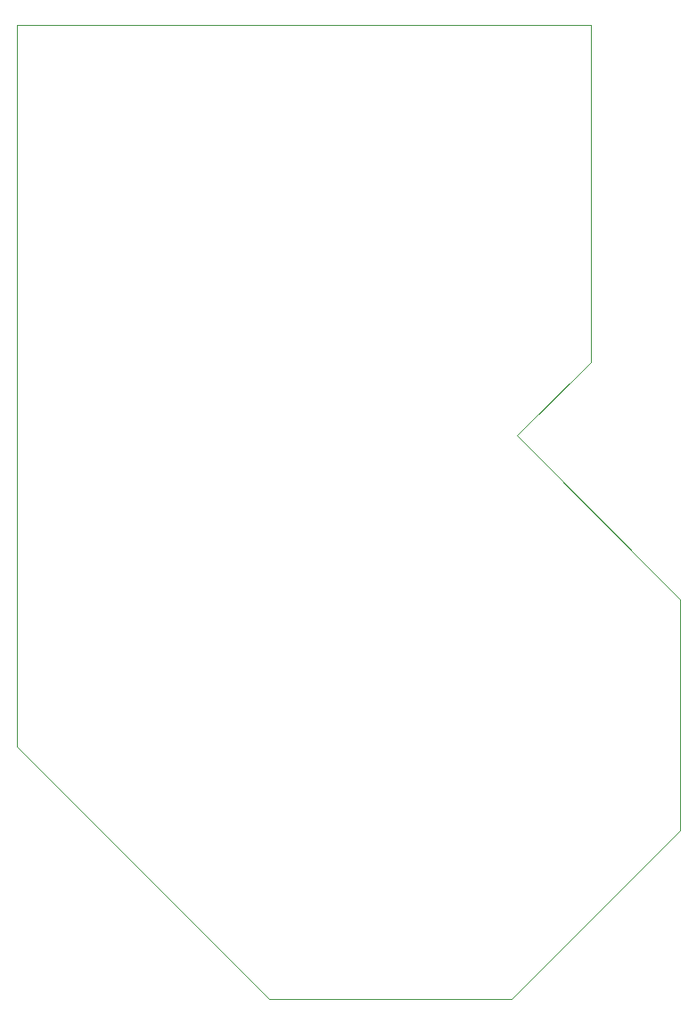
<source format=gbr>
%TF.GenerationSoftware,KiCad,Pcbnew,8.0.7*%
%TF.CreationDate,2025-01-02T13:50:36-06:00*%
%TF.ProjectId,fuckball,6675636b-6261-46c6-9c2e-6b696361645f,rev?*%
%TF.SameCoordinates,Original*%
%TF.FileFunction,Profile,NP*%
%FSLAX46Y46*%
G04 Gerber Fmt 4.6, Leading zero omitted, Abs format (unit mm)*
G04 Created by KiCad (PCBNEW 8.0.7) date 2025-01-02 13:50:36*
%MOMM*%
%LPD*%
G01*
G04 APERTURE LIST*
%TA.AperFunction,Profile*%
%ADD10C,0.050000*%
%TD*%
G04 APERTURE END LIST*
D10*
X215000000Y-69000000D02*
X208000000Y-76000000D01*
X223500000Y-91500000D01*
X223500000Y-113500000D01*
X207500000Y-129500000D01*
X184500000Y-129500000D01*
X160500000Y-105500000D01*
X160500000Y-37000000D01*
X215000000Y-37000000D01*
X215000000Y-69000000D01*
M02*

</source>
